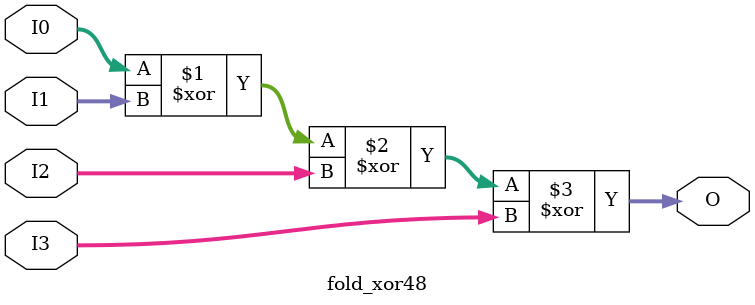
<source format=v>
module fold_xor48 (input [7:0] I0, input [7:0] I1, input [7:0] I2, input [7:0] I3, output [7:0] O);
assign O = ((I0 ^ I1) ^ I2) ^ I3;
endmodule


</source>
